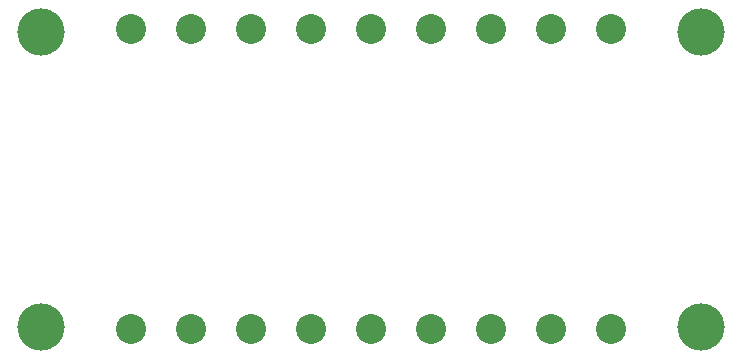
<source format=gbs>
G04 (created by PCBNEW (2013-07-07 BZR 4022)-stable) date 25/7/2559 14:55:53*
%MOIN*%
G04 Gerber Fmt 3.4, Leading zero omitted, Abs format*
%FSLAX34Y34*%
G01*
G70*
G90*
G04 APERTURE LIST*
%ADD10C,0.00590551*%
%ADD11C,0.1*%
%ADD12C,0.1575*%
G04 APERTURE END LIST*
G54D10*
G54D11*
X53600Y-33800D03*
X51600Y-33800D03*
X55600Y-33800D03*
X49600Y-33800D03*
X47600Y-33800D03*
X53600Y-43800D03*
X55600Y-43800D03*
X57600Y-43800D03*
X59600Y-43800D03*
X61600Y-43800D03*
X63600Y-43800D03*
X47600Y-43800D03*
X49600Y-43800D03*
X51600Y-43800D03*
X59600Y-33800D03*
X57600Y-33800D03*
X63600Y-33800D03*
X61600Y-33800D03*
G54D12*
X66600Y-33900D03*
X66600Y-43742D03*
X44600Y-33900D03*
X44600Y-43742D03*
M02*

</source>
